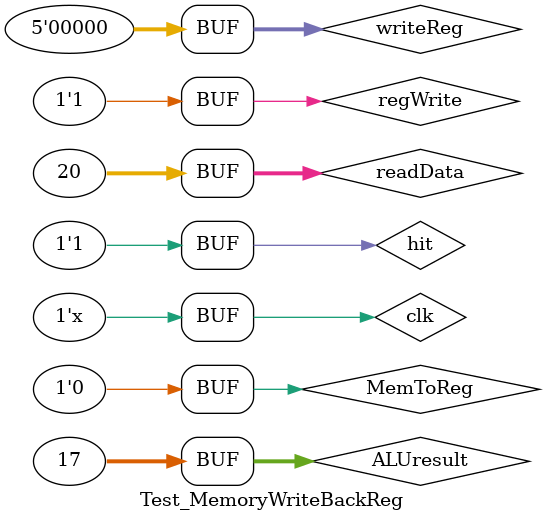
<source format=v>
`timescale 1ns / 1ps


module Test_MemoryWriteBackReg;

	// Inputs
	reg clk;
	reg hit;
	reg regWrite;
	reg MemToReg;
	reg [4:0] writeReg;
	reg [31:0] readData;
	reg [31:0] ALUresult;

	// Outputs
	wire hitOut;
	wire regWriteOut;
	wire MemToRegOut;
	wire [4:0] writeRegOut;
	wire [31:0] readDataOut;
	wire [31:0] ALUresultOut;

	// Instantiate the Unit Under Test (UUT)
	MemoryWriteBackReg uut (
		.clk(clk), 
		.hit(hit), 
		.regWrite(regWrite), 
		.MemToReg(MemToReg), 
		.writeReg(writeReg), 
		.readData(readData), 
		.ALUresult(ALUresult), 
		.hitOut(hitOut), 
		.regWriteOut(regWriteOut), 
		.MemToRegOut(MemToRegOut), 
		.writeRegOut(writeRegOut), 
		.readDataOut(readDataOut), 
		.ALUresultOut(ALUresultOut)
	);
	always #250 clk = ~clk;
	
	initial begin
		clk = 0;

		hit = 0;
		readData  = 5'b01110;
		ALUresult = 32'b0000_0000_0000_0000_0000_0000_0000_0010; //2
		writeReg  = 0;
		regWrite  = 0;
		MemToReg  = 1;

		#500;
		
		hit = 1;
		readData  = 5'b10100;
		ALUresult = 32'b0000_0000_0000_0000_0000_0000_0001_0001; //17
		writeReg  = 0;
		regWrite  = 1;
		MemToReg  = 0;

	end
      
endmodule


</source>
